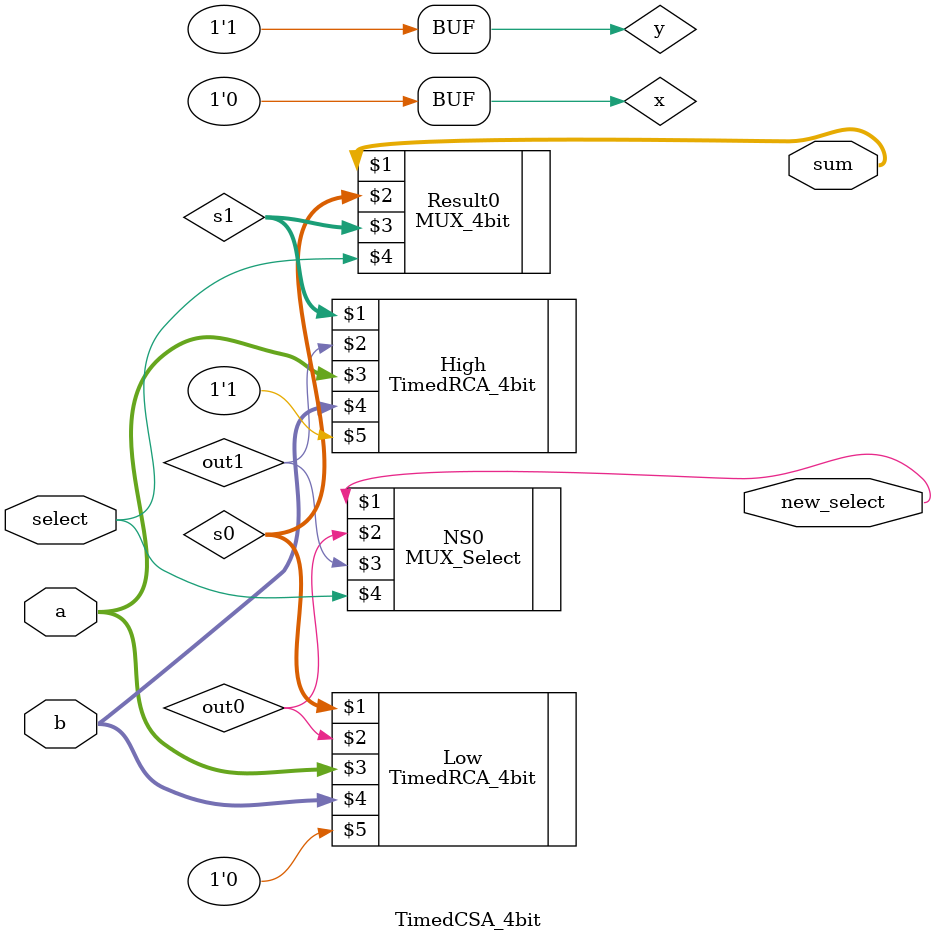
<source format=v>
`timescale 1ns / 1ps
`define D	1		// define the delay
module TimedCSA_64bit(output [63:0] sum, output new_select, input [63:0] a,b, input cin
    );
	 
	wire c0, ns0, ns1, ns2, ns3;
	//Start off with 4 bit RCA (total 4)
	TimedRCA_4bit FBR0 (sum [3:0], c0, a[3:0], b[3:0],cin);
	//Attach 32 bit CSA (total 36 bits)
	TimedCSA_32bit CSA1 (sum[35:4], ns0,a[35:4], b[35:4], c0);
	//Attach 16 bit CSA (total 52 bits)
	TimedCSA_16bit CSA2 (sum[51:36], ns1, a[51:36], b[51:36], ns0);
	//Attach 8 bit CSA (total 60 bits)
	TimedCSA_8bit CSA3 (sum[59:52], ns2, a[59:52], b[59:52], ns1);
	//Attach 4 bit CSA (total 64 bits)
	TimedCSA_4bit CSA4 (sum[63:60], new_select, a[63:60], b[63:60], ns2);
endmodule

module TimedCSA_32bit(output [31:0] sum, output new_select, input [31:0] a,b, input select
    );

	wire ns0;
	//Use two sixteen bit CSAs
	TimedCSA_16bit A0(sum[15:0], ns0, a[15:0], b[15:0],select);
	TimedCSA_16bit A1(sum[31:16], new_select, a[31:16], b[31:16], ns0);
endmodule

module TimedCSA_16bit(output [15:0] sum, output new_select, input [15:0] a,b, input select
    );

	wire ns0;
	//Use two eight bit CSAs
	TimedCSA_8bit A0(sum[7:0], ns0, a[7:0], b[7:0],select);
	TimedCSA_8bit A1(sum[15:8], new_select, a[15:8], b[15:8], ns0);

endmodule


module TimedCSA_8bit(output [7:0] sum, output new_select, input [7:0] a,b, input select
    );

	wire ns0;
	//Use two four bit CSAs
	TimedCSA_4bit A0(sum[3:0], ns0, a[3:0], b[3:0],select);
	TimedCSA_4bit A1(sum[7:4], new_select, a[7:4], b[7:4], ns0);
endmodule

module TimedCSA_4bit(output [3:0] sum, output new_select, input [3:0] a, b, input select
    );
	reg x = 0;				//cin for low order sum
	reg y = 1;				//cin for high order sum
	wire [3:0] s0, s1;	//low and high order sums
	wire out0,out1;		//low and high order carry outs
	
	TimedRCA_4bit Low (s0 [3:0] ,out0, a[3:0] , b[3:0] , x);				//Calculate High Order Sum
	TimedRCA_4bit High(s1 [3:0] ,out1, a[3:0] , b[3:0] , y);				//Calculate Low Order Sum
	MUX_4bit Result0 (sum[3:0] , s0[3:0] , s1[3:0] , select);		//Choose Correct Sum
	MUX_Select NS0 (new_select, out0, out1, select);						//Choose new select
	
endmodule

</source>
